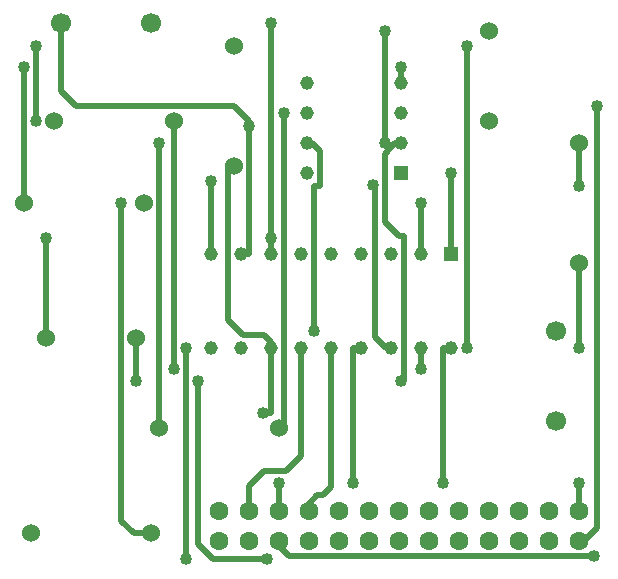
<source format=gbr>
G04 DesignSpark PCB Gerber Version 11.0 Build 5877*
G04 #@! TF.Part,Single*
G04 #@! TF.FileFunction,Copper,L2,Bot*
G04 #@! TF.FilePolarity,Positive*
%FSLAX35Y35*%
%MOIN*%
G04 #@! TA.AperFunction,ComponentPad*
%ADD13R,0.04563X0.04563*%
%ADD15R,0.04567X0.04567*%
G04 #@! TD.AperFunction*
%ADD10C,0.01969*%
G04 #@! TA.AperFunction,ViaPad*
%ADD11C,0.04000*%
G04 #@! TA.AperFunction,ComponentPad*
%ADD14C,0.04563*%
%ADD16C,0.04567*%
%ADD17C,0.06000*%
%ADD12C,0.06299*%
%ADD18C,0.06693*%
G04 #@! TD.AperFunction*
X0Y0D02*
D02*
D10*
X15600Y173683D02*
Y128400D01*
X19600Y155900D02*
Y180900D01*
X23100Y116807D02*
Y83400D01*
X48116Y128400D02*
Y22508D01*
X52224Y18400D01*
X58100D01*
X53100Y69055D02*
Y83400D01*
X55600Y128400D02*
X60600Y148400D02*
Y53400D01*
X65600Y73039D02*
Y155900D01*
X69850Y9750D02*
Y80274D01*
X78100Y135915D02*
Y111526D01*
X85600Y180900D02*
X90584Y154132D02*
Y155900D01*
X85600Y160884D01*
X33100D01*
X28100Y165884D01*
Y188400D01*
X90584Y154132D02*
Y111526D01*
X88100D01*
X90600Y25900D02*
Y34002D01*
X95600Y39002D01*
X103100D01*
X108100Y44002D01*
Y80274D01*
X95466Y58384D02*
X98100D01*
Y80274D01*
X96616Y9750D02*
X78834D01*
X73834Y14750D01*
Y69055D01*
X98100Y80274D02*
Y82041D01*
X95602Y84539D01*
X88834D01*
X83834Y89539D01*
Y140900D01*
X85600D01*
X98100Y80274D02*
Y116807D02*
Y111526D01*
Y116807D02*
Y188400D01*
X100600Y35018D02*
Y25900D01*
Y53400D02*
X102366Y158400D02*
Y53400D01*
X100600D01*
X108100Y80274D02*
X109970Y138400D02*
X110600Y25900D02*
Y28167D01*
X113466Y31033D01*
X115234D01*
X118100Y33900D01*
Y80274D01*
X112366Y85900D02*
Y134132D01*
X114238D01*
Y145900D01*
X111738Y148400D01*
X109970D01*
X118100Y80274D02*
X125466Y35018D02*
Y80274D01*
X128100D01*
X131962Y134415D02*
X132819D01*
Y83787D01*
X136332Y80274D01*
X138100D01*
X135946Y148400D02*
Y185900D01*
X138100Y80274D02*
X141230Y69055D02*
X142366D01*
Y117478D01*
X140598D01*
X135946Y122130D01*
Y144884D01*
X139462Y148400D01*
X141230D01*
Y173683D02*
Y168400D01*
X148100Y73039D02*
Y80274D01*
Y128400D02*
Y111526D01*
X155466Y35018D02*
Y80274D01*
X158100D01*
Y138400D02*
Y111526D01*
X163381Y80274D02*
Y180900D01*
X200600Y35018D02*
Y25900D01*
Y80274D02*
Y108400D01*
Y134132D02*
Y148400D01*
X205734Y10766D02*
X103966D01*
X100600Y14132D01*
Y15900D01*
X206750Y160884D02*
Y20281D01*
X202368Y15900D01*
X200600D01*
D02*
D11*
X15600Y173683D03*
X19600Y155900D03*
Y180900D03*
X23100Y116807D03*
X48116Y128400D03*
X53100Y69055D03*
Y83400D03*
X60600Y148400D03*
X65600Y73039D03*
X69850Y9750D03*
Y80274D03*
X73834Y69055D03*
X78100Y135915D03*
X90584Y154132D03*
X95466Y58384D03*
X96616Y9750D03*
X98100Y116807D03*
Y188400D03*
X100600Y35018D03*
X102366Y158400D03*
X112366Y85900D03*
X125466Y35018D03*
X131962Y134415D03*
X135946Y148400D03*
Y185900D03*
X141230Y69055D03*
Y173683D03*
X148100Y73039D03*
Y128400D03*
X155466Y35018D03*
X158100Y138400D03*
X163381Y80274D03*
Y180900D03*
X200600Y35018D03*
Y80274D03*
Y134132D03*
X205734Y10766D03*
X206750Y160884D03*
D02*
D12*
X80600Y15900D03*
Y25900D03*
X90600Y15900D03*
Y25900D03*
X100600Y15900D03*
Y25900D03*
X110600Y15900D03*
Y25900D03*
X120600Y15900D03*
Y25900D03*
X130600Y15900D03*
Y25900D03*
X140600Y15900D03*
Y25900D03*
X150600Y15900D03*
Y25900D03*
X160600Y15900D03*
Y25900D03*
X170600Y15900D03*
Y25900D03*
X180600Y15900D03*
Y25900D03*
X190600Y15900D03*
Y25900D03*
X200600Y15900D03*
Y25900D03*
D02*
D13*
X158100Y111526D03*
D02*
D14*
X78100Y80274D03*
Y111526D03*
X88100Y80274D03*
Y111526D03*
X98100Y80274D03*
Y111526D03*
X108100Y80274D03*
Y111526D03*
X118100Y80274D03*
Y111526D03*
X128100Y80274D03*
Y111526D03*
X138100Y80274D03*
Y111526D03*
X148100Y80274D03*
Y111526D03*
X158100Y80274D03*
D02*
D15*
X141230Y138400D03*
D02*
D16*
X109970D03*
Y148400D03*
Y158400D03*
Y168400D03*
X141230Y148400D03*
Y158400D03*
Y168400D03*
D02*
D17*
X15600Y128400D03*
X18100Y18400D03*
X23100Y83400D03*
X25600Y155900D03*
X53100Y83400D03*
X55600Y128400D03*
X58100Y18400D03*
X60600Y53400D03*
X65600Y155900D03*
X85600Y140900D03*
Y180900D03*
X100600Y53400D03*
X170600Y155900D03*
Y185900D03*
X200600Y108400D03*
Y148400D03*
D02*
D18*
X28100Y188400D03*
X58100D03*
X193100Y55900D03*
Y85900D03*
X0Y0D02*
M02*

</source>
